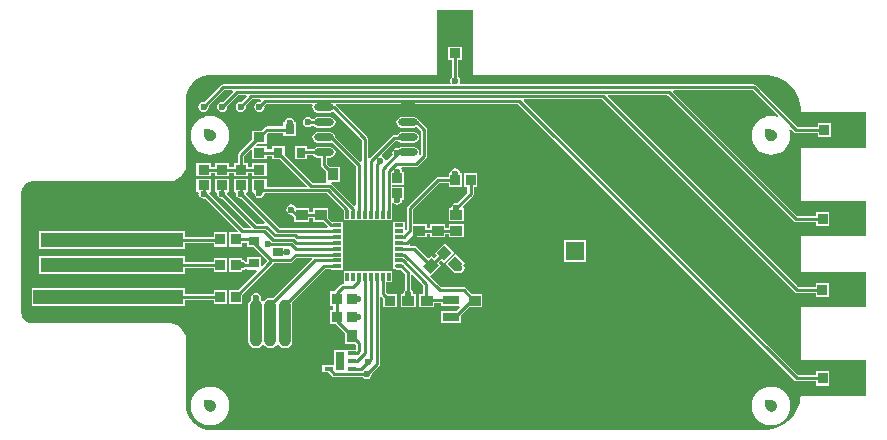
<source format=gtl>
G04*
G04 #@! TF.GenerationSoftware,Altium Limited,Altium Designer,19.0.11 (319)*
G04*
G04 Layer_Physical_Order=1*
G04 Layer_Color=255*
%FSLAX44Y44*%
%MOMM*%
G71*
G01*
G75*
%ADD13R,0.9500X0.8500*%
%ADD14R,0.8000X0.9000*%
%ADD15R,0.8500X0.9500*%
%ADD16O,1.0000X4.0000*%
%ADD17R,0.7000X0.3000*%
%ADD18R,0.7500X1.5500*%
%ADD19R,0.8000X0.3000*%
%ADD20R,0.9000X1.0000*%
%ADD21R,1.0000X0.9000*%
%ADD22R,0.9000X0.8000*%
%ADD23O,1.7000X0.6000*%
%ADD24R,12.7000X1.2700*%
%ADD25R,12.0650X1.2700*%
G04:AMPARAMS|DCode=26|XSize=0.95mm|YSize=0.85mm|CornerRadius=0mm|HoleSize=0mm|Usage=FLASHONLY|Rotation=45.000|XOffset=0mm|YOffset=0mm|HoleType=Round|Shape=Rectangle|*
%AMROTATEDRECTD26*
4,1,4,-0.0354,-0.6364,-0.6364,-0.0354,0.0354,0.6364,0.6364,0.0354,-0.0354,-0.6364,0.0*
%
%ADD26ROTATEDRECTD26*%

G04:AMPARAMS|DCode=27|XSize=1mm|YSize=0.9mm|CornerRadius=0mm|HoleSize=0mm|Usage=FLASHONLY|Rotation=225.000|XOffset=0mm|YOffset=0mm|HoleType=Round|Shape=Rectangle|*
%AMROTATEDRECTD27*
4,1,4,0.0354,0.6718,0.6718,0.0354,-0.0354,-0.6718,-0.6718,-0.0354,0.0354,0.6718,0.0*
%
%ADD27ROTATEDRECTD27*%

%ADD28R,1.4000X0.7500*%
%ADD29O,0.7000X0.3000*%
%ADD30R,0.3000X0.7000*%
%ADD31R,3.6000X3.6000*%
%ADD52R,1.6000X1.6000*%
%ADD53C,1.6000*%
%ADD55C,1.0000*%
%ADD56C,0.2540*%
%ADD57C,0.6000*%
G36*
X382250Y355000D02*
X382250Y300000D01*
X630000Y300000D01*
X631966D01*
X635865Y299487D01*
X639664Y298469D01*
X643297Y296964D01*
X646703Y294998D01*
X649823Y292604D01*
X652604Y289823D01*
X654997Y286703D01*
X656964Y283298D01*
X658469Y279664D01*
X659487Y275866D01*
X660000Y271967D01*
Y268500D01*
X715000D01*
Y239399D01*
X714102Y238501D01*
X660000Y238503D01*
Y193500D01*
X715000D01*
Y163500D01*
X670000Y163500D01*
X660000Y163500D01*
X660000Y133502D01*
X670000D01*
X715000Y133502D01*
Y103502D01*
X670000Y103502D01*
X660000Y103502D01*
X660000Y58500D01*
X715000D01*
Y28500D01*
X670000Y28500D01*
X659963Y28500D01*
X659868Y26599D01*
X659199Y22851D01*
X658062Y19218D01*
X656474Y15757D01*
X654462Y12525D01*
X652057Y9574D01*
X649298Y6950D01*
X646230Y4696D01*
X642902Y2847D01*
X639366Y1435D01*
X635680Y481D01*
X631904Y-0D01*
X630000Y0D01*
X160000D01*
X158030Y0D01*
X154166Y768D01*
X150526Y2276D01*
X147250Y4465D01*
X144464Y7250D01*
X142275Y10526D01*
X140768Y14166D01*
X140000Y18030D01*
X140000Y20000D01*
X140000Y75001D01*
X139928Y76472D01*
X139355Y79356D01*
X138230Y82072D01*
X136596Y84517D01*
X134517Y86597D01*
X132072Y88230D01*
X129355Y89355D01*
X126471Y89928D01*
X125001Y90000D01*
X125001Y90000D01*
X125001Y90000D01*
X10000D01*
X9015Y90000D01*
X7083Y90384D01*
X5263Y91138D01*
X3625Y92232D01*
X2232Y93625D01*
X1138Y95263D01*
X384Y97083D01*
X-0Y99015D01*
X0Y100000D01*
Y200000D01*
Y200985D01*
X384Y202917D01*
X1138Y204736D01*
X2233Y206374D01*
X3625Y207767D01*
X5263Y208862D01*
X7083Y209615D01*
X9015Y210000D01*
X10000D01*
X10000Y210000D01*
X125001D01*
X126471Y210072D01*
X129355Y210646D01*
X132072Y211772D01*
X134517Y213405D01*
X136596Y215485D01*
X138229Y217930D01*
X139354Y220647D01*
X139928Y223531D01*
X140000Y225001D01*
X140000Y225001D01*
Y280000D01*
X140000Y281970D01*
X140768Y285833D01*
X142276Y289473D01*
X144465Y292749D01*
X147250Y295535D01*
X150526Y297723D01*
X154166Y299231D01*
X158030Y300000D01*
X160000Y300000D01*
X160000Y300000D01*
X352250D01*
Y355000D01*
X382250Y355000D01*
D02*
G37*
%LPC*%
G36*
X373520Y324270D02*
X361480D01*
Y313230D01*
X364910D01*
Y298655D01*
X364422Y298328D01*
X363478Y296916D01*
X363146Y295250D01*
X363478Y293584D01*
X363614Y293380D01*
X363015Y292260D01*
X170920D01*
X169929Y292063D01*
X169089Y291501D01*
X155076Y277489D01*
X154500Y277604D01*
X152834Y277272D01*
X151421Y276329D01*
X150478Y274916D01*
X150146Y273250D01*
X150478Y271584D01*
X151421Y270172D01*
X152834Y269228D01*
X154500Y268896D01*
X156166Y269228D01*
X157578Y270172D01*
X158522Y271584D01*
X158854Y273250D01*
X158739Y273827D01*
X171993Y287080D01*
X178759D01*
X179245Y285907D01*
X170826Y277489D01*
X170250Y277604D01*
X168584Y277272D01*
X167171Y276329D01*
X166228Y274916D01*
X165896Y273250D01*
X166228Y271584D01*
X167171Y270172D01*
X168584Y269228D01*
X170250Y268896D01*
X171916Y269228D01*
X173328Y270172D01*
X174272Y271584D01*
X174604Y273250D01*
X174489Y273827D01*
X183933Y283270D01*
X190699D01*
X191185Y282097D01*
X186576Y277489D01*
X186000Y277604D01*
X184334Y277272D01*
X182922Y276329D01*
X181978Y274916D01*
X181646Y273250D01*
X181978Y271584D01*
X182922Y270172D01*
X184334Y269228D01*
X186000Y268896D01*
X187666Y269228D01*
X189079Y270172D01*
X190022Y271584D01*
X190354Y273250D01*
X190239Y273827D01*
X195873Y279461D01*
X202582D01*
X203042Y278358D01*
X202248Y277505D01*
X201750Y277604D01*
X200084Y277272D01*
X198671Y276329D01*
X197728Y274916D01*
X197396Y273250D01*
X197728Y271584D01*
X198671Y270172D01*
X200084Y269228D01*
X201750Y268896D01*
X203416Y269228D01*
X204828Y270172D01*
X205772Y271584D01*
X206104Y273250D01*
X205989Y273827D01*
X207813Y275651D01*
X246349D01*
X246947Y274530D01*
X246838Y274366D01*
X246506Y272700D01*
X246838Y271034D01*
X247782Y269622D01*
X249194Y268678D01*
X250860Y268347D01*
X261860D01*
X263526Y268678D01*
X264331Y269216D01*
X288520Y245027D01*
Y227148D01*
X287250Y226622D01*
X266124Y247748D01*
X265882Y248966D01*
X264938Y250379D01*
X263526Y251322D01*
X261860Y251654D01*
X250860D01*
X249194Y251322D01*
X247782Y250379D01*
X246838Y248966D01*
X246506Y247300D01*
X246838Y245634D01*
X247782Y244222D01*
X249194Y243278D01*
X250860Y242947D01*
X261860D01*
X263312Y243235D01*
X283520Y223027D01*
Y189688D01*
X282250Y189162D01*
X263331Y208081D01*
X262764Y208460D01*
X263039Y209730D01*
X269770D01*
Y222270D01*
X261392D01*
X258900Y224763D01*
Y230247D01*
X261860D01*
X263526Y230578D01*
X264938Y231522D01*
X265882Y232934D01*
X266214Y234600D01*
X265882Y236266D01*
X264938Y237679D01*
X263526Y238622D01*
X261860Y238954D01*
X250860D01*
X249194Y238622D01*
X247782Y237679D01*
X247455Y237190D01*
X242020D01*
Y240270D01*
X231480D01*
Y228730D01*
X242020D01*
Y232010D01*
X247455D01*
X247782Y231522D01*
X249194Y230578D01*
X250860Y230247D01*
X253720D01*
Y223690D01*
X253917Y222699D01*
X254479Y221859D01*
X258230Y218107D01*
Y210110D01*
X258230Y209730D01*
X257329Y208840D01*
X246573D01*
X223020Y232393D01*
Y240270D01*
X212480D01*
Y237090D01*
X207770D01*
Y240020D01*
X199333D01*
X198829Y241181D01*
X199478Y241980D01*
X207770D01*
Y249858D01*
X209323Y251410D01*
X221980D01*
Y248730D01*
X232520D01*
Y260270D01*
X231500D01*
X231272Y261416D01*
X230329Y262829D01*
X228916Y263772D01*
X227250Y264104D01*
X225584Y263772D01*
X224172Y262829D01*
X223228Y261416D01*
X223000Y260270D01*
X221980D01*
Y256590D01*
X208250D01*
X207259Y256393D01*
X206419Y255831D01*
X203608Y253020D01*
X195730D01*
Y245643D01*
X184169Y234081D01*
X183607Y233241D01*
X183410Y232250D01*
Y225270D01*
X179980D01*
Y222340D01*
X176270D01*
Y225270D01*
X164230D01*
Y222340D01*
X160520D01*
Y225270D01*
X148480D01*
Y214230D01*
X160520D01*
Y217160D01*
X164230D01*
Y214230D01*
X176270D01*
Y217160D01*
X179980D01*
Y214230D01*
X192020D01*
Y217160D01*
X195730D01*
Y214230D01*
X207770D01*
Y225270D01*
X195730D01*
Y222340D01*
X192020D01*
Y225270D01*
X188590D01*
Y231177D01*
X194557Y237144D01*
X195730Y236658D01*
Y228980D01*
X207770D01*
Y231910D01*
X212480D01*
Y228730D01*
X219357D01*
X241884Y206203D01*
X241398Y205030D01*
X207770D01*
Y212270D01*
X195730D01*
Y201230D01*
X196640D01*
X197446Y200248D01*
X197396Y200000D01*
X197728Y198334D01*
X198671Y196922D01*
X200084Y195978D01*
X201750Y195646D01*
X203416Y195978D01*
X204828Y196922D01*
X205772Y198334D01*
X206074Y199850D01*
X258849D01*
X273340Y185359D01*
Y177130D01*
X313880D01*
Y186670D01*
X313700D01*
Y191952D01*
X314970Y192337D01*
X315481Y191572D01*
X316894Y190628D01*
X318560Y190296D01*
X320226Y190628D01*
X321638Y191572D01*
X322582Y192984D01*
X322860Y194380D01*
X324580D01*
Y205420D01*
X313700D01*
Y207380D01*
X324580D01*
Y218420D01*
X322860D01*
X322582Y219816D01*
X321764Y221040D01*
X321978Y221779D01*
X322305Y222310D01*
X334310D01*
X335301Y222508D01*
X336141Y223069D01*
X343141Y230069D01*
X343703Y230909D01*
X343900Y231900D01*
Y253900D01*
X343703Y254891D01*
X343141Y255731D01*
X337041Y261831D01*
X336555Y262157D01*
X335938Y263079D01*
X334526Y264023D01*
X332860Y264354D01*
X321860D01*
X320194Y264023D01*
X318782Y263079D01*
X317838Y261666D01*
X317506Y260000D01*
X317838Y258334D01*
X318782Y256922D01*
X320194Y255978D01*
X321860Y255647D01*
X332860D01*
X334526Y255978D01*
X335152Y256396D01*
X338720Y252827D01*
Y232999D01*
X337961Y232345D01*
X337302Y232705D01*
X336910Y233074D01*
X337214Y234600D01*
X336882Y236266D01*
X335938Y237679D01*
X334526Y238622D01*
X332860Y238954D01*
X321860D01*
X320194Y238622D01*
X319405Y238096D01*
X318610Y238254D01*
X316944Y237922D01*
X315532Y236979D01*
X314588Y235566D01*
X314256Y233900D01*
X314487Y232740D01*
X309616Y227868D01*
X308238Y228286D01*
X308132Y228816D01*
X307188Y230229D01*
X305776Y231173D01*
X305583Y231211D01*
X305214Y232426D01*
X316836Y244048D01*
X319041D01*
X320194Y243278D01*
X321860Y242947D01*
X332860D01*
X334526Y243278D01*
X335938Y244222D01*
X336882Y245634D01*
X337214Y247300D01*
X336882Y248966D01*
X335938Y250379D01*
X334526Y251322D01*
X332860Y251654D01*
X321860D01*
X320194Y251322D01*
X318782Y250379D01*
X318013Y249228D01*
X315763D01*
X314772Y249031D01*
X313932Y248469D01*
X294970Y229507D01*
X293700Y230033D01*
Y246100D01*
X293503Y247091D01*
X292941Y247931D01*
X266492Y274380D01*
X266596Y274998D01*
X266952Y275651D01*
X420687D01*
X654919Y41419D01*
X655759Y40857D01*
X656750Y40660D01*
X673230D01*
Y37230D01*
X684270D01*
Y49270D01*
X673230D01*
Y45840D01*
X657823D01*
X425375Y278287D01*
X425861Y279461D01*
X491877D01*
X654919Y116419D01*
X655759Y115857D01*
X656750Y115660D01*
X672980D01*
Y112230D01*
X684020D01*
Y124270D01*
X672980D01*
Y120840D01*
X657823D01*
X496565Y282097D01*
X497051Y283270D01*
X547211D01*
X654063Y176419D01*
X654903Y175857D01*
X655894Y175660D01*
X673230D01*
Y172230D01*
X684270D01*
Y184270D01*
X673230D01*
Y180840D01*
X656967D01*
X551899Y285907D01*
X552386Y287080D01*
X619257D01*
X640679Y265659D01*
X640006Y264536D01*
X638199Y265084D01*
X635000Y265399D01*
X631801Y265084D01*
X628724Y264151D01*
X625889Y262635D01*
X623404Y260596D01*
X621365Y258111D01*
X619849Y255276D01*
X618916Y252199D01*
X618601Y249000D01*
X618916Y245801D01*
X619849Y242724D01*
X621365Y239889D01*
X623404Y237404D01*
X625889Y235365D01*
X628724Y233849D01*
X631801Y232916D01*
X635000Y232601D01*
X638199Y232916D01*
X641276Y233849D01*
X644111Y235365D01*
X646596Y237404D01*
X648635Y239889D01*
X650151Y242724D01*
X651084Y245801D01*
X651399Y249000D01*
X651084Y252199D01*
X650536Y254006D01*
X651659Y254679D01*
X654419Y251919D01*
X655259Y251357D01*
X656250Y251160D01*
X674480D01*
Y247730D01*
X685520D01*
Y259770D01*
X674480D01*
Y256340D01*
X657323D01*
X622161Y291501D01*
X621321Y292063D01*
X620330Y292260D01*
X371985D01*
X371386Y293380D01*
X371522Y293584D01*
X371854Y295250D01*
X371522Y296916D01*
X370578Y298328D01*
X370090Y298655D01*
Y313230D01*
X373520D01*
Y324270D01*
D02*
G37*
G36*
X242810Y264504D02*
X241144Y264172D01*
X239731Y263229D01*
X238788Y261816D01*
X238456Y260150D01*
X238788Y258484D01*
X239731Y257072D01*
X241144Y256128D01*
X242810Y255797D01*
X244476Y256128D01*
X245888Y257072D01*
X246165Y257485D01*
X247405D01*
X247782Y256922D01*
X249194Y255978D01*
X250860Y255647D01*
X261860D01*
X263526Y255978D01*
X264938Y256922D01*
X265882Y258334D01*
X266214Y260000D01*
X265882Y261666D01*
X264938Y263079D01*
X263526Y264023D01*
X261860Y264354D01*
X250860D01*
X249194Y264023D01*
X247782Y263079D01*
X247505Y262665D01*
X246265D01*
X245888Y263229D01*
X244476Y264172D01*
X242810Y264504D01*
D02*
G37*
G36*
X160000Y265399D02*
X156801Y265084D01*
X153724Y264151D01*
X150889Y262635D01*
X148404Y260596D01*
X146365Y258111D01*
X144849Y255276D01*
X143916Y252199D01*
X143601Y249000D01*
X143916Y245801D01*
X144849Y242724D01*
X146365Y239889D01*
X148404Y237404D01*
X150889Y235365D01*
X153724Y233849D01*
X156801Y232916D01*
X160000Y232601D01*
X163199Y232916D01*
X166276Y233849D01*
X169111Y235365D01*
X171596Y237404D01*
X173635Y239889D01*
X175151Y242724D01*
X176084Y245801D01*
X176399Y249000D01*
X176084Y252199D01*
X175151Y255276D01*
X173635Y258111D01*
X171596Y260596D01*
X169111Y262635D01*
X166276Y264151D01*
X163199Y265084D01*
X160000Y265399D01*
D02*
G37*
G36*
X367500Y221104D02*
X365834Y220772D01*
X364422Y219828D01*
X363478Y218416D01*
X363299Y217520D01*
X361980D01*
Y213590D01*
X353068D01*
X352077Y213393D01*
X351236Y212831D01*
X327689Y189284D01*
X327127Y188443D01*
X326930Y187452D01*
Y169843D01*
X325803Y168716D01*
X324630Y169202D01*
Y175920D01*
X315090D01*
Y170380D01*
Y160380D01*
Y150380D01*
Y140380D01*
X315090Y140380D01*
X315227Y139110D01*
X315036Y138150D01*
X315251Y137069D01*
X315863Y136153D01*
X316779Y135541D01*
X317860Y135326D01*
X321472D01*
X325220Y131578D01*
Y118055D01*
X324731Y117729D01*
X323788Y116316D01*
X323510Y114920D01*
X321540D01*
Y103380D01*
X334080D01*
Y114920D01*
X332110D01*
X331832Y116316D01*
X330888Y117729D01*
X330400Y118055D01*
Y130739D01*
X331573Y131225D01*
X340470Y122327D01*
Y114920D01*
X337290D01*
Y103380D01*
X349830D01*
Y107060D01*
X355540D01*
Y104630D01*
X371081D01*
X371607Y103360D01*
X368417Y100170D01*
X355540D01*
Y90130D01*
X372080D01*
Y96508D01*
X378952Y103380D01*
X390330D01*
Y114920D01*
X381452D01*
X376391Y119981D01*
X375551Y120543D01*
X374560Y120740D01*
X355383D01*
X347022Y129101D01*
X346456Y130137D01*
X355323Y139004D01*
X353075Y141252D01*
X355509Y143687D01*
X357860Y141336D01*
X366374Y149850D01*
X358567Y157656D01*
X350054Y149143D01*
X351847Y147350D01*
X349412Y144915D01*
X347164Y147164D01*
X344561Y144561D01*
X334141Y154981D01*
X333301Y155543D01*
X332310Y155740D01*
X329358D01*
X328832Y157010D01*
X334452Y162630D01*
X343330D01*
Y165810D01*
X346540D01*
Y162630D01*
X359080D01*
Y165810D01*
X362290D01*
Y162630D01*
X374830D01*
Y174170D01*
X362290D01*
Y170990D01*
X359080D01*
Y174170D01*
X346540D01*
Y170990D01*
X343330D01*
Y174170D01*
X332110D01*
Y186380D01*
X354140Y208410D01*
X361980D01*
Y205480D01*
X373020D01*
Y217520D01*
X371701D01*
X371522Y218416D01*
X370578Y219828D01*
X369166Y220772D01*
X367500Y221104D01*
D02*
G37*
G36*
X386020Y217520D02*
X374980D01*
Y205480D01*
X377910D01*
Y200413D01*
X369136Y191639D01*
X368560Y191754D01*
X366894Y191422D01*
X365481Y190479D01*
X364538Y189066D01*
X364260Y187670D01*
X362290D01*
Y176130D01*
X374830D01*
Y187670D01*
X374288D01*
X373762Y188940D01*
X382331Y197509D01*
X382893Y198349D01*
X383090Y199340D01*
Y205480D01*
X386020D01*
Y217520D01*
D02*
G37*
G36*
X192020Y212270D02*
X179980D01*
Y201230D01*
X180940D01*
X181745Y200248D01*
X181646Y199750D01*
X181978Y198084D01*
X182922Y196672D01*
X184334Y195728D01*
X186000Y195396D01*
X186576Y195511D01*
X206514Y175573D01*
X206028Y174400D01*
X199263D01*
X174489Y199174D01*
X174604Y199750D01*
X174505Y200248D01*
X175310Y201230D01*
X176270D01*
Y212270D01*
X164230D01*
Y201230D01*
X165190D01*
X165996Y200248D01*
X165896Y199750D01*
X166228Y198084D01*
X167171Y196672D01*
X168584Y195728D01*
X170250Y195396D01*
X170826Y195511D01*
X194574Y171763D01*
X194088Y170590D01*
X188175D01*
X158814Y199951D01*
X158755Y200248D01*
X159560Y201230D01*
X160520D01*
Y212270D01*
X148480D01*
Y201230D01*
X149440D01*
X150246Y200248D01*
X150146Y199750D01*
X150478Y198084D01*
X151421Y196672D01*
X152834Y195728D01*
X154500Y195396D01*
X155787Y195652D01*
X183346Y168093D01*
X182860Y166920D01*
X176090D01*
Y154880D01*
X187130D01*
Y158310D01*
X191340D01*
Y154380D01*
X197125D01*
X208526Y142979D01*
X204053Y138506D01*
X202880Y138992D01*
Y145920D01*
X191340D01*
Y142350D01*
X190070Y142032D01*
X189939Y142229D01*
X188526Y143173D01*
X187130Y143450D01*
Y145170D01*
X176090D01*
Y133130D01*
X187130D01*
Y134850D01*
X188526Y135128D01*
X189939Y136072D01*
X190070Y136269D01*
X191340Y135950D01*
Y135380D01*
X199268D01*
X199754Y134207D01*
X183468Y117920D01*
X176090D01*
Y105880D01*
X187130D01*
Y114258D01*
X213389Y140517D01*
X213726Y141020D01*
X227920D01*
X228911Y141218D01*
X229751Y141779D01*
X233533Y145561D01*
X246062D01*
X246588Y144291D01*
X213387Y111090D01*
X211110Y111543D01*
X208664Y111056D01*
X206590Y109671D01*
X205749Y108412D01*
X204221D01*
X203380Y109671D01*
X202973Y109943D01*
X203214Y111150D01*
X202882Y112816D01*
X201938Y114229D01*
X200526Y115173D01*
X198860Y115504D01*
X197194Y115173D01*
X195781Y114229D01*
X194838Y112816D01*
X194506Y111150D01*
X194746Y109943D01*
X194340Y109671D01*
X192954Y107597D01*
X192467Y105150D01*
Y75150D01*
X192954Y72704D01*
X194340Y70630D01*
X196414Y69244D01*
X198860Y68757D01*
X201306Y69244D01*
X203380Y70630D01*
X204221Y71888D01*
X205749D01*
X206590Y70630D01*
X208664Y69244D01*
X211110Y68757D01*
X213556Y69244D01*
X215630Y70630D01*
X216471Y71888D01*
X217999D01*
X218840Y70630D01*
X220914Y69244D01*
X223360Y68757D01*
X225806Y69244D01*
X227880Y70630D01*
X229266Y72704D01*
X229753Y75150D01*
Y105150D01*
X229300Y107428D01*
X257433Y135561D01*
X262590D01*
Y135380D01*
X272130D01*
Y145380D01*
Y155380D01*
Y165380D01*
Y175920D01*
X262952D01*
X259830Y179043D01*
Y187420D01*
X247290D01*
Y184240D01*
X243980D01*
Y187420D01*
X232871D01*
X232772Y187916D01*
X231828Y189328D01*
X230416Y190272D01*
X228750Y190604D01*
X227084Y190272D01*
X225672Y189328D01*
X224728Y187916D01*
X224396Y186250D01*
X224728Y184584D01*
X225672Y183172D01*
X227084Y182228D01*
X228750Y181896D01*
X229326Y182011D01*
X231440Y179898D01*
Y175880D01*
X243980D01*
Y179060D01*
X247290D01*
Y175880D01*
X255667D01*
X259538Y172010D01*
X259011Y170740D01*
X218673D01*
X190239Y199174D01*
X190354Y199750D01*
X190254Y200248D01*
X191060Y201230D01*
X192020D01*
Y212270D01*
D02*
G37*
G36*
X138621Y168415D02*
X15431D01*
Y153175D01*
X138621D01*
Y158205D01*
X163090D01*
Y154880D01*
X174130D01*
Y166920D01*
X163090D01*
Y163385D01*
X138621D01*
Y168415D01*
D02*
G37*
G36*
X478020Y160770D02*
X459480D01*
Y142230D01*
X478020D01*
Y160770D01*
D02*
G37*
G36*
X138621Y146825D02*
X15431D01*
Y131585D01*
X138621D01*
Y136615D01*
X163090D01*
Y133130D01*
X174130D01*
Y145170D01*
X163090D01*
Y141795D01*
X138621D01*
Y146825D01*
D02*
G37*
G36*
X367760Y148464D02*
X359246Y139950D01*
X367053Y132144D01*
X368280Y133372D01*
X369394Y132628D01*
X371060Y132296D01*
X372726Y132628D01*
X374138Y133572D01*
X375082Y134984D01*
X375414Y136650D01*
X375082Y138316D01*
X374338Y139430D01*
X375566Y140658D01*
X367760Y148464D01*
D02*
G37*
G36*
X313880Y134170D02*
X273340D01*
Y124630D01*
X273340D01*
X273027Y123490D01*
X272310D01*
X271319Y123293D01*
X270479Y122732D01*
X265229Y117481D01*
X264854Y116920D01*
X261540D01*
Y104880D01*
X264470D01*
Y101170D01*
X261540D01*
Y89130D01*
X266418D01*
X274540Y81008D01*
Y72630D01*
X282917D01*
X283660Y71887D01*
Y67420D01*
X275040D01*
Y67170D01*
X265290D01*
Y54420D01*
X255040D01*
Y48880D01*
X259438D01*
X263249Y45069D01*
X264089Y44508D01*
X265080Y44310D01*
X289205D01*
X289531Y43822D01*
X290944Y42878D01*
X292610Y42547D01*
X294276Y42878D01*
X295688Y43822D01*
X296632Y45234D01*
X296964Y46900D01*
X296849Y47477D01*
X302941Y53569D01*
X303503Y54409D01*
X303700Y55400D01*
Y111802D01*
X304970Y112328D01*
X306040Y111258D01*
Y103380D01*
X318080D01*
Y114420D01*
X310202D01*
X308700Y115923D01*
Y124630D01*
X313880D01*
Y134170D01*
D02*
G37*
G36*
X138621Y119520D02*
X9081D01*
Y104280D01*
X138621D01*
Y109310D01*
X163090D01*
Y105880D01*
X174130D01*
Y117920D01*
X163090D01*
Y114490D01*
X138621D01*
Y119520D01*
D02*
G37*
G36*
X635000Y36399D02*
X631801Y36084D01*
X628724Y35151D01*
X625889Y33635D01*
X623404Y31596D01*
X621365Y29111D01*
X619849Y26276D01*
X618916Y23199D01*
X618601Y20000D01*
X618916Y16801D01*
X619849Y13724D01*
X621365Y10889D01*
X623404Y8404D01*
X625889Y6365D01*
X628724Y4849D01*
X631801Y3916D01*
X635000Y3601D01*
X638199Y3916D01*
X641276Y4849D01*
X644111Y6365D01*
X646596Y8404D01*
X648635Y10889D01*
X650151Y13724D01*
X651084Y16801D01*
X651399Y20000D01*
X651084Y23199D01*
X650151Y26276D01*
X648635Y29111D01*
X646596Y31596D01*
X644111Y33635D01*
X641276Y35151D01*
X638199Y36084D01*
X635000Y36399D01*
D02*
G37*
G36*
X160000D02*
X156801Y36084D01*
X153724Y35151D01*
X150889Y33635D01*
X148404Y31596D01*
X146365Y29111D01*
X144849Y26276D01*
X143916Y23199D01*
X143601Y20000D01*
X143916Y16801D01*
X144849Y13724D01*
X146365Y10889D01*
X148404Y8404D01*
X150889Y6365D01*
X153724Y4849D01*
X156801Y3916D01*
X160000Y3601D01*
X163199Y3916D01*
X166276Y4849D01*
X169111Y6365D01*
X171596Y8404D01*
X173635Y10889D01*
X175151Y13724D01*
X176084Y16801D01*
X176399Y20000D01*
X176084Y23199D01*
X175151Y26276D01*
X173635Y29111D01*
X171596Y31596D01*
X169111Y33635D01*
X166276Y35151D01*
X163199Y36084D01*
X160000Y36399D01*
D02*
G37*
%LPD*%
D13*
X201750Y234500D02*
D03*
Y247500D02*
D03*
X367500Y331750D02*
D03*
Y318750D02*
D03*
X201750Y219750D02*
D03*
Y206750D02*
D03*
X186000Y219750D02*
D03*
Y206750D02*
D03*
X170250Y219750D02*
D03*
Y206750D02*
D03*
X154500Y219750D02*
D03*
Y206750D02*
D03*
X318560Y212900D02*
D03*
Y199900D02*
D03*
X312060Y95900D02*
D03*
Y108900D02*
D03*
D14*
X217750Y234500D02*
D03*
X236750D02*
D03*
X227250Y254500D02*
D03*
D15*
X380500Y211500D02*
D03*
X367500D02*
D03*
X678750Y43250D02*
D03*
X691750D02*
D03*
X680000Y253750D02*
D03*
X693000D02*
D03*
X678750Y178250D02*
D03*
X691750D02*
D03*
X678500Y118250D02*
D03*
X691500D02*
D03*
X267060Y95150D02*
D03*
X280060D02*
D03*
X267060Y110900D02*
D03*
X280060D02*
D03*
X181610Y160900D02*
D03*
X168610D02*
D03*
Y111900D02*
D03*
X181610D02*
D03*
Y139150D02*
D03*
X168610D02*
D03*
D16*
X235610Y90150D02*
D03*
X223360D02*
D03*
X211110D02*
D03*
X198860D02*
D03*
D17*
X267360Y153150D02*
D03*
X319860Y143150D02*
D03*
Y148150D02*
D03*
Y153150D02*
D03*
Y158150D02*
D03*
Y163150D02*
D03*
Y168150D02*
D03*
Y173150D02*
D03*
X267360D02*
D03*
Y168150D02*
D03*
Y163150D02*
D03*
Y158150D02*
D03*
Y148150D02*
D03*
Y143150D02*
D03*
Y138150D02*
D03*
D18*
X270310Y58150D02*
D03*
D19*
X260310Y51650D02*
D03*
Y58150D02*
D03*
Y64650D02*
D03*
X280310D02*
D03*
Y58150D02*
D03*
Y51650D02*
D03*
D20*
Y78900D02*
D03*
X266810D02*
D03*
X277500Y216000D02*
D03*
X264000D02*
D03*
D21*
X253560Y181650D02*
D03*
Y195150D02*
D03*
X237710Y181650D02*
D03*
Y195150D02*
D03*
X368560Y181900D02*
D03*
Y168400D02*
D03*
X352810D02*
D03*
Y181900D02*
D03*
X337060Y168400D02*
D03*
Y181900D02*
D03*
X384060Y109150D02*
D03*
Y95650D02*
D03*
X327810Y109150D02*
D03*
Y95650D02*
D03*
X343560Y109150D02*
D03*
Y95650D02*
D03*
D22*
X217110Y150150D02*
D03*
X197110Y140650D02*
D03*
Y159650D02*
D03*
D23*
X327360Y234600D02*
D03*
Y247300D02*
D03*
Y260000D02*
D03*
Y272700D02*
D03*
X256360Y234600D02*
D03*
Y247300D02*
D03*
Y260000D02*
D03*
Y272700D02*
D03*
D24*
X73850Y189600D02*
D03*
Y111900D02*
D03*
D25*
X77025Y160795D02*
D03*
Y139205D02*
D03*
D26*
X358214Y149496D02*
D03*
X367406Y140304D02*
D03*
D27*
X346810Y138650D02*
D03*
X356356Y129104D02*
D03*
D28*
X363810Y95150D02*
D03*
Y109650D02*
D03*
D29*
X319860Y138150D02*
D03*
D30*
X311110Y181900D02*
D03*
X306110D02*
D03*
X301110D02*
D03*
X296110D02*
D03*
X291110D02*
D03*
X286110D02*
D03*
X281110D02*
D03*
X276110D02*
D03*
Y129400D02*
D03*
X281110D02*
D03*
X286110D02*
D03*
X291110D02*
D03*
X296110D02*
D03*
X301110D02*
D03*
X306110D02*
D03*
X311110D02*
D03*
D31*
X293610Y155650D02*
D03*
D52*
X468750Y151500D02*
D03*
D53*
X646750Y100700D02*
D03*
Y202300D02*
D03*
D55*
X160001Y249000D02*
G03*
X160001Y249000I-1J0D01*
G01*
X635001D02*
G03*
X635001Y249000I-1J0D01*
G01*
Y20000D02*
G03*
X635001Y20000I-1J0D01*
G01*
X160001D02*
G03*
X160001Y20000I-1J0D01*
G01*
D56*
X656750Y43250D02*
X678750D01*
X421760Y278240D02*
X656750Y43250D01*
Y118250D02*
X678500D01*
X492950Y282050D02*
X656750Y118250D01*
X655894Y178250D02*
X678750D01*
X548284Y285860D02*
X655894Y178250D01*
X656250Y253750D02*
X680000D01*
X186000Y232250D02*
X201250Y247500D01*
X186000Y219750D02*
Y232250D01*
X201250Y247500D02*
X201750D01*
X186000Y219750D02*
X201750D01*
X170250D02*
X186000D01*
X154500D02*
X170250D01*
X217250Y234500D02*
X245500Y206250D01*
X201750Y234500D02*
X217250D01*
X245500Y206250D02*
X261500D01*
X208250Y254000D02*
X227250D01*
X201750Y247500D02*
X208250Y254000D01*
X227250D02*
Y254500D01*
X204190Y202440D02*
X259922D01*
X201750Y200000D02*
X204190Y202440D01*
X217600Y168150D02*
X267360D01*
X186000Y199750D02*
X217600Y168150D01*
X215190Y164310D02*
X232076D01*
X207690Y171810D02*
X215190Y164310D01*
X198190Y171810D02*
X207690D01*
X170250Y199750D02*
X198190Y171810D01*
X155352Y199750D02*
X187102Y168000D01*
X154500Y199750D02*
X155352D01*
X187102Y168000D02*
X205345D01*
X367500Y295250D02*
Y318750D01*
X367500Y318750D02*
X367500Y318750D01*
X170920Y289670D02*
X620330D01*
X182860Y285860D02*
X548284D01*
X194800Y282050D02*
X492950D01*
X206740Y278240D02*
X421760D01*
X620330Y289670D02*
X656250Y253750D01*
X154500Y273250D02*
X170920Y289670D01*
X170250Y273250D02*
X182860Y285860D01*
X186000Y273250D02*
X194800Y282050D01*
X201750Y273250D02*
X206740Y278240D01*
X380500Y199340D02*
Y211500D01*
X368560Y187400D02*
X380500Y199340D01*
X205345Y168000D02*
X212845Y160500D01*
X230498D01*
X227250Y254500D02*
Y259750D01*
X233350Y181650D02*
X237710D01*
X228750Y186250D02*
X233350Y181650D01*
X237710Y181650D02*
X253560D01*
X262040Y173170D01*
X353068Y211000D02*
X367500D01*
X329520Y168770D02*
Y187452D01*
X353068Y211000D01*
X323900Y163150D02*
X329520Y168770D01*
X367500Y211000D02*
Y216750D01*
X232076Y164310D02*
X233236Y163150D01*
X230498Y160500D02*
X232848Y158150D01*
X259922Y202440D02*
X276110Y186252D01*
X236850Y234600D02*
X256360D01*
X276110Y181900D02*
Y186252D01*
X281110Y181900D02*
Y186640D01*
X261500Y206250D02*
X281110Y186640D01*
X256310Y223690D02*
X264000Y216000D01*
X256310Y223690D02*
Y234550D01*
X256360Y234600D01*
X260320Y51660D02*
X265080Y46900D01*
X292610D01*
X280310Y78900D02*
X286250Y72960D01*
Y66190D02*
Y72960D01*
X284710Y64650D02*
X286250Y66190D01*
X280310Y64650D02*
X284710D01*
X267060Y92150D02*
X280310Y78900D01*
X267060Y92150D02*
Y95150D01*
X223360Y105150D02*
X256360Y138150D01*
X223360Y90150D02*
Y105150D01*
X256360Y138150D02*
X267360D01*
X186000Y199750D02*
Y206750D01*
X201750Y200000D02*
Y206750D01*
X170250Y199750D02*
Y206750D01*
X154500Y199750D02*
Y206750D01*
X233236Y163150D02*
X267360D01*
X208860Y156650D02*
X211518D01*
X197110Y158058D02*
X211558Y143610D01*
Y156690D02*
X228920D01*
X181610Y112400D02*
X211558Y142348D01*
Y143610D01*
X197110Y158058D02*
Y159650D01*
X211558Y143610D02*
X227920D01*
X262040Y173170D02*
X267340D01*
X267360Y173150D01*
X281202Y120900D02*
X285880Y125578D01*
Y129170D01*
X286110Y129400D01*
X272310Y120900D02*
X281202D01*
X319860Y163150D02*
X323900D01*
X326310Y158150D02*
X336560Y168400D01*
X319860Y158150D02*
X326310D01*
X232848D02*
X267360D01*
X267060Y115650D02*
X272310Y120900D01*
X249110Y143150D02*
X267360D01*
X211110Y105150D02*
X249110Y143150D01*
X211110Y90150D02*
Y105150D01*
X311110Y218535D02*
X317475Y224900D01*
X311110Y181900D02*
Y218535D01*
X317475Y224900D02*
X334310D01*
X217110Y150150D02*
X225360D01*
X181610Y111900D02*
Y112400D01*
X326698Y246638D02*
X327360Y247300D01*
X315763Y246638D02*
X326698D01*
X296110Y226985D02*
X315763Y246638D01*
X296110Y181900D02*
Y226985D01*
X334310Y224900D02*
X341310Y231900D01*
Y253900D01*
X335210Y260000D02*
X341310Y253900D01*
X301110Y224150D02*
X304110Y227150D01*
X301110Y181900D02*
Y224150D01*
X306110Y220700D02*
X320010Y234600D01*
X306110Y181900D02*
Y220700D01*
X288110Y51650D02*
X296110Y59650D01*
X343060Y109150D02*
Y123400D01*
X327810Y114650D02*
Y132650D01*
X195610Y139150D02*
X197110Y140650D01*
X186860Y139150D02*
X195610D01*
X232460Y153150D02*
X267360D01*
X232460Y148150D02*
X267360D01*
X228920Y156690D02*
X232460Y153150D01*
X227920Y143610D02*
X232460Y148150D01*
X195860Y160900D02*
X197110Y159650D01*
X181610Y160900D02*
X195860D01*
X296110Y59650D02*
Y129400D01*
X280310Y51650D02*
X288110D01*
X301110Y55400D02*
Y129400D01*
X292610Y46900D02*
X301110Y55400D01*
X211518Y156650D02*
X211558Y156690D01*
X181610Y139150D02*
X186860D01*
X318560Y212900D02*
Y218150D01*
X327360Y260000D02*
X335210D01*
X286110Y181900D02*
Y224100D01*
X263170Y247040D02*
X286110Y224100D01*
X256620Y247040D02*
X263170D01*
X256360Y247300D02*
X256620Y247040D01*
X242810Y260150D02*
X242885Y260075D01*
X256285D01*
X256360Y260000D01*
X291110Y181900D02*
Y246100D01*
X264510Y272700D02*
X291110Y246100D01*
X256360Y272700D02*
X264510D01*
X320010Y234600D02*
X327360D01*
X346810Y138650D02*
X357656Y149496D01*
X358214D01*
X319860Y153150D02*
X332310D01*
X346810Y138650D01*
X352810Y168400D02*
X368560D01*
X337060D02*
X352810D01*
X336560D02*
X337060D01*
X374560Y118150D02*
X383560Y109150D01*
X354310Y118150D02*
X374560D01*
X324420Y148040D02*
X354310Y118150D01*
X319970Y148040D02*
X324420D01*
X381060Y109150D02*
X383560D01*
X319860Y148150D02*
X319970Y148040D01*
X383560Y109150D02*
X384060D01*
X323310Y143150D02*
X343060Y123400D01*
X319860Y143150D02*
X323310D01*
X343060Y109150D02*
X343560D01*
X344060Y109650D02*
X363810D01*
X343560Y109150D02*
X344060Y109650D01*
X367060Y95150D02*
X381060Y109150D01*
X363810Y95150D02*
X367060D01*
X322310Y138150D02*
X327810Y132650D01*
X319860Y138150D02*
X322310D01*
X306110Y114850D02*
X308580Y112380D01*
Y111880D02*
Y112380D01*
Y111880D02*
X311560Y108900D01*
X312060D01*
X306110Y114850D02*
Y129400D01*
X280060Y95150D02*
X285310D01*
X280060Y110900D02*
X285310D01*
X267060D02*
Y115650D01*
Y95150D02*
Y110900D01*
X291110Y64700D02*
Y129400D01*
X284560Y58150D02*
X291110Y64700D01*
X280310Y58150D02*
X284560D01*
X168610Y111900D02*
X168610Y111900D01*
X73850Y111900D02*
X168610D01*
X168505Y160795D02*
X168610Y160900D01*
X77025Y160795D02*
X168505D01*
X168555Y139205D02*
X168610Y139150D01*
X77025Y139205D02*
X168555D01*
D57*
X142000Y201000D02*
D03*
X162250Y172500D02*
D03*
X215750Y181896D02*
D03*
X142000Y172500D02*
D03*
X191750Y256750D02*
D03*
X178750Y261981D02*
D03*
X150000Y289473D02*
D03*
X640469Y45288D02*
D03*
X595468Y255288D02*
D03*
Y135288D02*
D03*
Y75288D02*
D03*
X610468Y45288D02*
D03*
X595468Y15288D02*
D03*
X580468Y225288D02*
D03*
X565468Y195288D02*
D03*
X580468Y165288D02*
D03*
Y105288D02*
D03*
X565468Y75288D02*
D03*
X580468Y45288D02*
D03*
X565468Y15288D02*
D03*
X535469Y195288D02*
D03*
X550468Y165288D02*
D03*
X535469Y135288D02*
D03*
X550468Y105288D02*
D03*
X535469Y75288D02*
D03*
X550468Y45288D02*
D03*
X535469Y15288D02*
D03*
X505469Y255288D02*
D03*
X520469Y225288D02*
D03*
Y165288D02*
D03*
X505469Y135288D02*
D03*
X520469Y105288D02*
D03*
X505469Y75288D02*
D03*
X520469Y45288D02*
D03*
X505469Y15288D02*
D03*
X475469Y255288D02*
D03*
X490469Y225288D02*
D03*
X475469Y195288D02*
D03*
X490469Y165288D02*
D03*
X475469Y135288D02*
D03*
X490469Y105288D02*
D03*
X475469Y75288D02*
D03*
X490469Y45288D02*
D03*
X475469Y15288D02*
D03*
X460469Y225288D02*
D03*
X445469Y195288D02*
D03*
Y135288D02*
D03*
X460469Y105288D02*
D03*
X445469Y75288D02*
D03*
X460469Y45288D02*
D03*
X445469Y15288D02*
D03*
X415469Y255288D02*
D03*
X430469Y225288D02*
D03*
X415469Y195288D02*
D03*
X430469Y165288D02*
D03*
X415469Y135288D02*
D03*
X430469Y105288D02*
D03*
Y45288D02*
D03*
X415469Y15288D02*
D03*
X385469Y255288D02*
D03*
X400469Y225288D02*
D03*
Y165288D02*
D03*
Y45288D02*
D03*
X385469Y15288D02*
D03*
X370469Y45288D02*
D03*
X355469Y15288D02*
D03*
X340469Y45288D02*
D03*
X325469Y15288D02*
D03*
X310469Y45288D02*
D03*
X295469Y15288D02*
D03*
X265469D02*
D03*
X235469D02*
D03*
X205469D02*
D03*
X175469Y75288D02*
D03*
X190469Y45288D02*
D03*
X145469Y75288D02*
D03*
X160469Y45288D02*
D03*
X227084Y243750D02*
D03*
X635500Y229000D02*
D03*
X367500Y216750D02*
D03*
X367500Y295250D02*
D03*
X201750Y273250D02*
D03*
X227250Y259750D02*
D03*
X228750Y186250D02*
D03*
X186000Y273250D02*
D03*
X266250Y186500D02*
D03*
X367500Y338500D02*
D03*
X320610Y182650D02*
D03*
X344750Y155380D02*
D03*
X641750Y285500D02*
D03*
X318610Y122250D02*
D03*
X335152D02*
D03*
X216750Y138000D02*
D03*
X212250Y114500D02*
D03*
X191000Y113000D02*
D03*
X239204Y142348D02*
D03*
X175000Y125250D02*
D03*
X175250Y149850D02*
D03*
X223250Y213750D02*
D03*
X249560D02*
D03*
X649000Y151250D02*
D03*
X610750Y195000D02*
D03*
X553250Y254000D02*
D03*
X359500Y204250D02*
D03*
X201750Y200000D02*
D03*
X186000Y199750D02*
D03*
X170250Y273250D02*
D03*
X170250Y199750D02*
D03*
X154500Y273250D02*
D03*
X154500Y199750D02*
D03*
X698500Y43250D02*
D03*
X699750Y253750D02*
D03*
X698500Y178250D02*
D03*
Y118250D02*
D03*
X208860Y156650D02*
D03*
X223250Y192500D02*
D03*
X277500Y202300D02*
D03*
X198860Y111150D02*
D03*
X225360Y150150D02*
D03*
X304110Y227150D02*
D03*
X318610Y233900D02*
D03*
X293610Y57400D02*
D03*
X292610Y46900D02*
D03*
X186860Y139150D02*
D03*
X327810Y114650D02*
D03*
X371060Y136650D02*
D03*
X318560Y218150D02*
D03*
Y194650D02*
D03*
X368560Y187400D02*
D03*
X242810Y260150D02*
D03*
X285310Y110900D02*
D03*
Y95150D02*
D03*
X304610Y144650D02*
D03*
X293610D02*
D03*
X282610D02*
D03*
X304610Y155650D02*
D03*
X293610D02*
D03*
X282610D02*
D03*
X304610Y166650D02*
D03*
X293610D02*
D03*
X282610D02*
D03*
M02*

</source>
